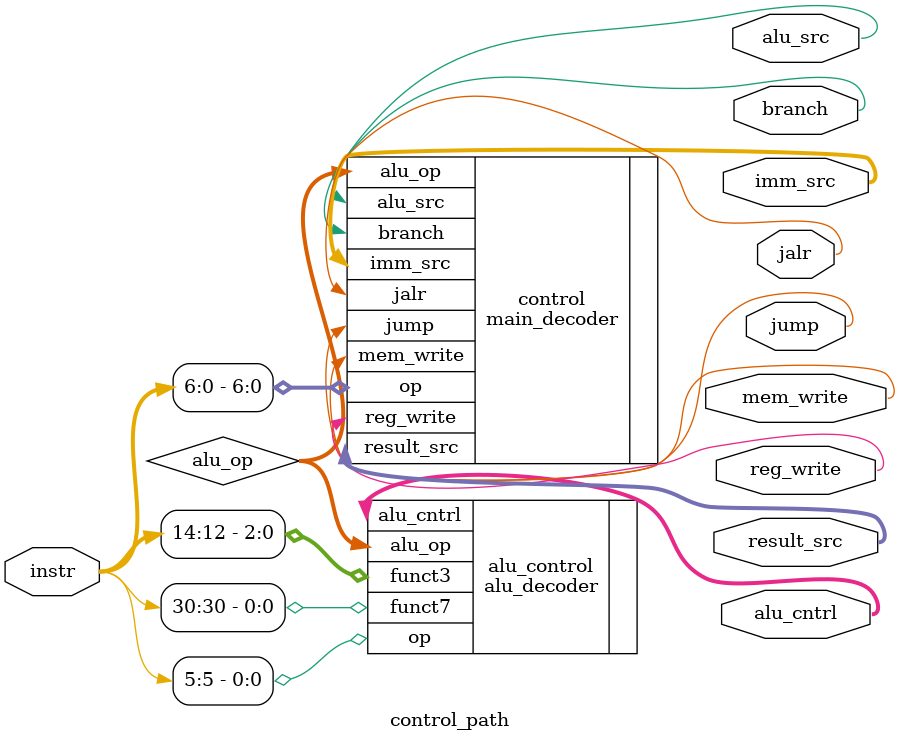
<source format=v>
module control_path(
    input [31:0]instr,
    output mem_write,alu_src,reg_write,jalr,branch,jump,
    output [1:0]result_src,imm_src,
    output [2:0]alu_cntrl
);

wire [1:0]alu_op;


main_decoder control(
    .op(instr[6:0]),
    .branch(branch),
    .result_src(result_src),
    .mem_write(mem_write),
    .alu_src(alu_src),
    .imm_src(imm_src),
    .reg_write(reg_write),
    .alu_op(alu_op),
    .jump(jump),
    .jalr(jalr)
);



alu_decoder alu_control(
    .op(instr[5]),
    .funct3(instr[14:12]),
    .funct7(instr[30]),
    .alu_op(alu_op),
    .alu_cntrl(alu_cntrl)
);

endmodule
</source>
